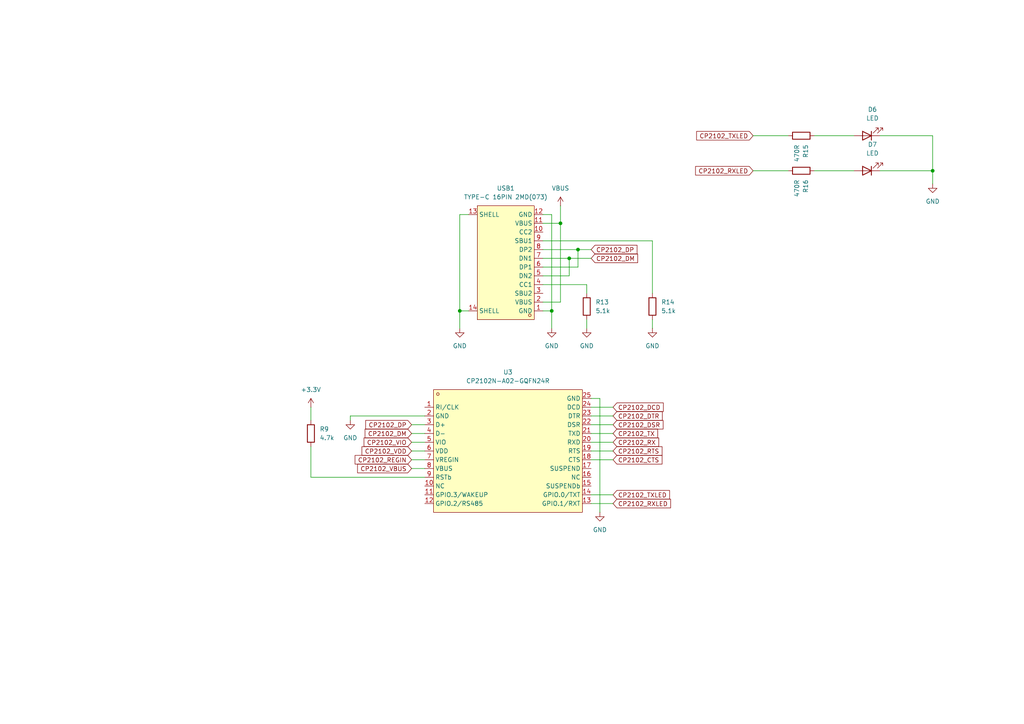
<source format=kicad_sch>
(kicad_sch (version 20231120) (generator "eeschema") (generator_version "8.0")
  (paper "A4")
  (lib_symbols
    (symbol "Device:LED" (pin_numbers hide) (pin_names (offset 1.016) hide)
      (property "Reference" "D" (at 0 2.54 0))
      (property "Value" "LED" (at 0 -2.54 0))
      (symbol "LED_0_1"
        (polyline (pts (xy -1.27 -1.27) (xy -1.27 1.27)) (stroke (width 0.254)))
        (polyline (pts (xy -1.27 0) (xy 1.27 0)))
        (polyline (pts (xy 1.27 -1.27) (xy 1.27 1.27) (xy -1.27 0) (xy 1.27 -1.27)) (stroke (width 0.254)))
        (polyline (pts (xy -3.048 -0.762) (xy -4.572 -2.286) (xy -3.81 -2.286) (xy -4.572 -2.286) (xy -4.572 -1.524)))
        (polyline (pts (xy -1.778 -0.762) (xy -3.302 -2.286) (xy -2.54 -2.286) (xy -3.302 -2.286) (xy -3.302 -1.524)))
      )
      (symbol "LED_1_1"
        (pin passive line (at -3.81 0 0) (length 2.54) (name "K") (number "1"))
        (pin passive line (at 3.81 0 180) (length 2.54) (name "A") (number "2"))
      )
    )
    (symbol "Device:R" (pin_numbers hide) (pin_names (offset 0))
      (property "Reference" "R" (at 2.032 0 90))
      (property "Value" "R" (at 0 0 90))
      (symbol "R_0_1"
        (rectangle (start -1.016 -2.54) (end 1.016 2.54) (stroke (width 0.254)))
      )
      (symbol "R_1_1"
        (pin passive line (at 0 3.81 270) (length 1.27) (name "~") (number "1"))
        (pin passive line (at 0 -3.81 90) (length 1.27) (name "~") (number "2"))
      )
    )
    (symbol "easyeda2kicad:CP2102N-A02-GQFN24R"
      (property "Reference" "U" (at 0 20.32 0))
      (property "Value" "CP2102N-A02-GQFN24R" (at 0 -20.32 0))
      (symbol "CP2102N-A02-GQFN24R_0_1"
        (rectangle (start -21.59 17.78) (end 21.59 -17.78) (fill (type background)))
        (circle (center -20.32 16.51) (radius 0.38))
        (pin unspecified line (at -24.13 12.7 0) (length 2.54) (name "RI/CLK") (number "1"))
        (pin unspecified line (at -24.13 -10.16 0) (length 2.54) (name "NC") (number "10"))
        (pin unspecified line (at -24.13 -12.7 0) (length 2.54) (name "GPIO.3/WAKEUP") (number "11"))
        (pin unspecified line (at -24.13 -15.24 0) (length 2.54) (name "GPIO.2/RS485") (number "12"))
        (pin unspecified line (at 24.13 -15.24 180) (length 2.54) (name "GPIO.1/RXT") (number "13"))
        (pin unspecified line (at 24.13 -12.7 180) (length 2.54) (name "GPIO.0/TXT") (number "14"))
        (pin unspecified line (at 24.13 -10.16 180) (length 2.54) (name "SUSPENDb") (number "15"))
        (pin unspecified line (at 24.13 -7.62 180) (length 2.54) (name "NC") (number "16"))
        (pin unspecified line (at 24.13 -5.08 180) (length 2.54) (name "SUSPEND") (number "17"))
        (pin unspecified line (at 24.13 -2.54 180) (length 2.54) (name "CTS") (number "18"))
        (pin unspecified line (at 24.13 0 180) (length 2.54) (name "RTS") (number "19"))
        (pin unspecified line (at -24.13 10.16 0) (length 2.54) (name "GND") (number "2"))
        (pin unspecified line (at 24.13 2.54 180) (length 2.54) (name "RXD") (number "20"))
        (pin unspecified line (at 24.13 5.08 180) (length 2.54) (name "TXD") (number "21"))
        (pin unspecified line (at 24.13 7.62 180) (length 2.54) (name "DSR") (number "22"))
        (pin unspecified line (at 24.13 10.16 180) (length 2.54) (name "DTR") (number "23"))
        (pin unspecified line (at 24.13 12.7 180) (length 2.54) (name "DCD") (number "24"))
        (pin unspecified line (at 24.13 15.24 180) (length 2.54) (name "GND") (number "25"))
        (pin unspecified line (at -24.13 7.62 0) (length 2.54) (name "D+") (number "3"))
        (pin unspecified line (at -24.13 5.08 0) (length 2.54) (name "D-") (number "4"))
        (pin unspecified line (at -24.13 2.54 0) (length 2.54) (name "VIO") (number "5"))
        (pin unspecified line (at -24.13 0 0) (length 2.54) (name "VDD") (number "6"))
        (pin unspecified line (at -24.13 -2.54 0) (length 2.54) (name "VREGIN") (number "7"))
        (pin unspecified line (at -24.13 -5.08 0) (length 2.54) (name "VBUS") (number "8"))
        (pin unspecified line (at -24.13 -7.62 0) (length 2.54) (name "RSTb") (number "9"))
      )
    )
    (symbol "easyeda2kicad:TYPE-C16PIN2MD(073)"
      (property "Reference" "USB" (at 0 19.05 0))
      (property "Value" "TYPE-C 16PIN 2MD(073)" (at 0 -19.05 0))
      (symbol "TYPE-C16PIN2MD(073)_0_1"
        (rectangle (start -8.89 16.51) (end 7.62 -16.51) (fill (type background)))
        (circle (center -7.62 15.24) (radius 0.38))
        (pin unspecified line (at -11.43 13.97 0) (length 2.54) (name "GND") (number "1"))
        (pin unspecified line (at -11.43 -8.89 0) (length 2.54) (name "CC2") (number "10"))
        (pin unspecified line (at -11.43 -11.43 0) (length 2.54) (name "VBUS") (number "11"))
        (pin unspecified line (at -11.43 -13.97 0) (length 2.54) (name "GND") (number "12"))
        (pin unspecified line (at 10.16 -13.97 180) (length 2.54) (name "SHELL") (number "13"))
        (pin unspecified line (at 10.16 13.97 180) (length 2.54) (name "SHELL") (number "14"))
        (pin unspecified line (at -11.43 11.43 0) (length 2.54) (name "VBUS") (number "2"))
        (pin unspecified line (at -11.43 8.89 0) (length 2.54) (name "SBU2") (number "3"))
        (pin unspecified line (at -11.43 6.35 0) (length 2.54) (name "CC1") (number "4"))
        (pin unspecified line (at -11.43 3.81 0) (length 2.54) (name "DN2") (number "5"))
        (pin unspecified line (at -11.43 1.27 0) (length 2.54) (name "DP1") (number "6"))
        (pin unspecified line (at -11.43 -1.27 0) (length 2.54) (name "DN1") (number "7"))
        (pin unspecified line (at -11.43 -3.81 0) (length 2.54) (name "DP2") (number "8"))
        (pin unspecified line (at -11.43 -6.35 0) (length 2.54) (name "SBU1") (number "9"))
      )
    )
    (symbol "power:+3.3V" (power) (pin_numbers hide) (pin_names (offset 0) hide)
      (property "Value" "+3.3V" (at 0 3.556 0))
      (symbol "+3.3V_0_1"
        (polyline (pts (xy -0.762 1.27) (xy 0 2.54)))
        (polyline (pts (xy 0 0) (xy 0 2.54)))
        (polyline (pts (xy 0 2.54) (xy 0.762 1.27)))
      )
      (symbol "+3.3V_1_1"
        (pin power_in line (at 0 0 90) (length 0) (name "~") (number "1"))
      )
    )
    (symbol "power:GND" (power) (pin_numbers hide) (pin_names (offset 0) hide)
      (property "Value" "GND" (at 0 -3.81 0))
      (symbol "GND_0_1"
        (polyline (pts (xy 0 0) (xy 0 -1.27) (xy 1.27 -1.27) (xy 0 -2.54) (xy -1.27 -1.27) (xy 0 -1.27)))
      )
      (symbol "GND_1_1"
        (pin power_in line (at 0 0 270) (length 0) (name "~") (number "1"))
      )
    )
    (symbol "power:VBUS" (power) (pin_numbers hide) (pin_names (offset 0) hide)
      (property "Value" "VBUS" (at 0 3.556 0))
      (symbol "VBUS_0_1"
        (polyline (pts (xy -0.762 1.27) (xy 0 2.54)))
        (polyline (pts (xy 0 0) (xy 0 2.54)))
        (polyline (pts (xy 0 2.54) (xy 0.762 1.27)))
      )
      (symbol "VBUS_1_1"
        (pin power_in line (at 0 0 90) (length 0) (name "~") (number "1"))
      )
    )
  )
  (junction (at 160.02 90.17))
  (junction (at 162.56 64.77))
  (junction (at 165.1 74.93))
  (junction (at 133.35 90.17))
  (junction (at 167.64 72.39))
  (junction (at 270.51 49.53))
  (wire (pts (xy 157.48 62.23) (xy 160.02 62.23)))
  (wire (pts (xy 133.35 95.25) (xy 133.35 90.17)))
  (wire (pts (xy 236.22 49.53) (xy 247.65 49.53)))
  (wire (pts (xy 167.64 72.39) (xy 171.45 72.39)))
  (wire (pts (xy 170.18 92.71) (xy 170.18 95.25)))
  (wire (pts (xy 171.45 125.73) (xy 177.8 125.73)))
  (wire (pts (xy 123.19 138.43) (xy 90.17 138.43)))
  (wire (pts (xy 119.38 135.89) (xy 123.19 135.89)))
  (wire (pts (xy 160.02 90.17) (xy 160.02 95.25)))
  (wire (pts (xy 101.6 120.65) (xy 101.6 121.92)))
  (wire (pts (xy 218.44 39.37) (xy 228.6 39.37)))
  (wire (pts (xy 135.89 62.23) (xy 133.35 62.23)))
  (wire (pts (xy 173.99 115.57) (xy 173.99 148.59)))
  (wire (pts (xy 119.38 130.81) (xy 123.19 130.81)))
  (wire (pts (xy 123.19 120.65) (xy 101.6 120.65)))
  (wire (pts (xy 160.02 62.23) (xy 160.02 90.17)))
  (wire (pts (xy 171.45 143.51) (xy 177.8 143.51)))
  (wire (pts (xy 165.1 74.93) (xy 165.1 80.01)))
  (wire (pts (xy 157.48 69.85) (xy 189.23 69.85)))
  (wire (pts (xy 270.51 39.37) (xy 270.51 49.53)))
  (wire (pts (xy 119.38 128.27) (xy 123.19 128.27)))
  (wire (pts (xy 157.48 72.39) (xy 167.64 72.39)))
  (wire (pts (xy 157.48 77.47) (xy 167.64 77.47)))
  (wire (pts (xy 157.48 90.17) (xy 160.02 90.17)))
  (wire (pts (xy 255.27 39.37) (xy 270.51 39.37)))
  (wire (pts (xy 218.44 49.53) (xy 228.6 49.53)))
  (wire (pts (xy 157.48 80.01) (xy 165.1 80.01)))
  (wire (pts (xy 236.22 39.37) (xy 247.65 39.37)))
  (wire (pts (xy 119.38 133.35) (xy 123.19 133.35)))
  (wire (pts (xy 162.56 87.63) (xy 162.56 64.77)))
  (wire (pts (xy 90.17 118.11) (xy 90.17 121.92)))
  (wire (pts (xy 157.48 64.77) (xy 162.56 64.77)))
  (wire (pts (xy 189.23 69.85) (xy 189.23 85.09)))
  (wire (pts (xy 133.35 90.17) (xy 135.89 90.17)))
  (wire (pts (xy 157.48 87.63) (xy 162.56 87.63)))
  (wire (pts (xy 90.17 138.43) (xy 90.17 129.54)))
  (wire (pts (xy 171.45 115.57) (xy 173.99 115.57)))
  (wire (pts (xy 119.38 125.73) (xy 123.19 125.73)))
  (wire (pts (xy 270.51 49.53) (xy 270.51 53.34)))
  (wire (pts (xy 170.18 82.55) (xy 170.18 85.09)))
  (wire (pts (xy 171.45 128.27) (xy 177.8 128.27)))
  (wire (pts (xy 171.45 123.19) (xy 177.8 123.19)))
  (wire (pts (xy 171.45 130.81) (xy 177.8 130.81)))
  (wire (pts (xy 171.45 120.65) (xy 177.8 120.65)))
  (wire (pts (xy 189.23 92.71) (xy 189.23 95.25)))
  (wire (pts (xy 119.38 123.19) (xy 123.19 123.19)))
  (wire (pts (xy 255.27 49.53) (xy 270.51 49.53)))
  (wire (pts (xy 167.64 77.47) (xy 167.64 72.39)))
  (wire (pts (xy 133.35 62.23) (xy 133.35 90.17)))
  (wire (pts (xy 171.45 133.35) (xy 177.8 133.35)))
  (wire (pts (xy 165.1 74.93) (xy 171.45 74.93)))
  (wire (pts (xy 157.48 82.55) (xy 170.18 82.55)))
  (wire (pts (xy 162.56 64.77) (xy 162.56 59.69)))
  (wire (pts (xy 157.48 74.93) (xy 165.1 74.93)))
  (wire (pts (xy 171.45 146.05) (xy 177.8 146.05)))
  (wire (pts (xy 171.45 118.11) (xy 177.8 118.11)))
  (global_label "CP2102_VDD" (shape input) (at 119.38 130.81 180) (property "Intersheetrefs" "${INTERSHEET_REFS}" (effects (hide yes))))
  (global_label "CP2102_RX" (shape input) (at 177.8 128.27 0) (property "Intersheetrefs" "${INTERSHEET_REFS}" (effects (hide yes))))
  (global_label "CP2102_DM" (shape input) (at 171.45 74.93 0) (property "Intersheetrefs" "${INTERSHEET_REFS}" (effects (hide yes))))
  (global_label "CP2102_RTS" (shape input) (at 177.8 130.81 0) (property "Intersheetrefs" "${INTERSHEET_REFS}" (effects (hide yes))))
  (global_label "CP2102_TX" (shape input) (at 177.8 125.73 0) (property "Intersheetrefs" "${INTERSHEET_REFS}" (effects (hide yes))))
  (global_label "CP2102_DSR" (shape input) (at 177.8 123.19 0) (property "Intersheetrefs" "${INTERSHEET_REFS}" (effects (hide yes))))
  (global_label "CP2102_DM" (shape input) (at 119.38 125.73 180) (property "Intersheetrefs" "${INTERSHEET_REFS}" (effects (hide yes))))
  (global_label "CP2102_RXLED" (shape input) (at 177.8 146.05 0) (property "Intersheetrefs" "${INTERSHEET_REFS}" (effects (hide yes))))
  (global_label "CP2102_RXLED" (shape input) (at 218.44 49.53 180) (property "Intersheetrefs" "${INTERSHEET_REFS}" (effects (hide yes))))
  (global_label "CP2102_DP" (shape input) (at 171.45 72.39 0) (property "Intersheetrefs" "${INTERSHEET_REFS}" (effects (hide yes))))
  (global_label "CP2102_DP" (shape input) (at 119.38 123.19 180) (property "Intersheetrefs" "${INTERSHEET_REFS}" (effects (hide yes))))
  (global_label "CP2102_DTR" (shape input) (at 177.8 120.65 0) (property "Intersheetrefs" "${INTERSHEET_REFS}" (effects (hide yes))))
  (global_label "CP2102_CTS" (shape input) (at 177.8 133.35 0) (property "Intersheetrefs" "${INTERSHEET_REFS}" (effects (hide yes))))
  (global_label "CP2102_DCD" (shape input) (at 177.8 118.11 0) (property "Intersheetrefs" "${INTERSHEET_REFS}" (effects (hide yes))))
  (global_label "CP2102_REGIN" (shape input) (at 119.38 133.35 180) (property "Intersheetrefs" "${INTERSHEET_REFS}" (effects (hide yes))))
  (global_label "CP2102_TXLED" (shape input) (at 177.8 143.51 0) (property "Intersheetrefs" "${INTERSHEET_REFS}" (effects (hide yes))))
  (global_label "CP2102_VIO" (shape input) (at 119.38 128.27 180) (property "Intersheetrefs" "${INTERSHEET_REFS}" (effects (hide yes))))
  (global_label "CP2102_VBUS" (shape input) (at 119.38 135.89 180) (property "Intersheetrefs" "${INTERSHEET_REFS}" (effects (hide yes))))
  (global_label "CP2102_TXLED" (shape input) (at 218.44 39.37 180) (property "Intersheetrefs" "${INTERSHEET_REFS}" (effects (hide yes))))
  (symbol (lib_id "easyeda2kicad:TYPE-C16PIN2MD(073)") (at 146.05 76.2 180) (unit 1)
    (property "Reference" "USB1" (at 146.685 54.61 0))
    (property "Value" "TYPE-C 16PIN 2MD(073)" (at 146.685 57.15 0))
    (property "Footprint" "easyeda2kicad:USB-C-SMD_TYPE-C-6PIN-2MD-073" (effects (hide yes)))
    (property "LCSC Part" "C2765186" (effects (hide yes)))
  )
  (symbol (lib_id "power:GND") (at 189.23 95.25 0) (unit 1)
    (property "Reference" "#PWR028" (effects (hide yes)))
    (property "Value" "GND" (at 189.23 100.33 0))
    (property "Description" "Power symbol creates a global label with name \"GND\" , ground" (effects (hide yes)))
  )
  (symbol (lib_id "Device:R") (at 232.41 39.37 270) (unit 1)
    (property "Reference" "R15" (at 233.6801 41.91 0) (effects (justify left)))
    (property "Value" "470R" (at 231.1401 41.91 0) (effects (justify left)))
    (property "Footprint" "Resistor_SMD:R_0603_1608Metric" (effects (hide yes)))
    (property "Description" "Resistor" (effects (hide yes)))
  )
  (symbol (lib_id "power:GND") (at 173.99 148.59 0) (unit 1)
    (property "Reference" "#PWR016" (effects (hide yes)))
    (property "Value" "GND" (at 173.99 153.67 0))
    (property "Description" "Power symbol creates a global label with name \"GND\" , ground" (effects (hide yes)))
  )
  (symbol (lib_id "power:+3.3V") (at 90.17 118.11 0) (unit 1)
    (property "Reference" "#PWR014" (effects (hide yes)))
    (property "Value" "+3.3V" (at 90.17 113.03 0))
    (property "Description" "Power symbol creates a global label with name \"+3.3V\"" (effects (hide yes)))
  )
  (symbol (lib_id "power:VBUS") (at 162.56 59.69 0) (unit 1)
    (property "Reference" "#PWR026" (effects (hide yes)))
    (property "Value" "VBUS" (at 162.56 54.61 0))
    (property "Description" "Power symbol creates a global label with name \"VBUS\"" (effects (hide yes)))
  )
  (symbol (lib_id "power:GND") (at 133.35 95.25 0) (unit 1)
    (property "Reference" "#PWR024" (effects (hide yes)))
    (property "Value" "GND" (at 133.35 100.33 0))
    (property "Description" "Power symbol creates a global label with name \"GND\" , ground" (effects (hide yes)))
  )
  (symbol (lib_id "Device:R") (at 232.41 49.53 270) (unit 1)
    (property "Reference" "R16" (at 233.6801 52.07 0) (effects (justify left)))
    (property "Value" "470R" (at 231.1401 52.07 0) (effects (justify left)))
    (property "Footprint" "Resistor_SMD:R_0603_1608Metric" (effects (hide yes)))
    (property "Description" "Resistor" (effects (hide yes)))
  )
  (symbol (lib_id "power:GND") (at 160.02 95.25 0) (unit 1)
    (property "Reference" "#PWR025" (effects (hide yes)))
    (property "Value" "GND" (at 160.02 100.33 0))
    (property "Description" "Power symbol creates a global label with name \"GND\" , ground" (effects (hide yes)))
  )
  (symbol (lib_id "Device:R") (at 189.23 88.9 0) (unit 1)
    (property "Reference" "R14" (at 191.77 87.6299 0) (effects (justify left)))
    (property "Value" "5.1k" (at 191.77 90.1699 0) (effects (justify left)))
    (property "Footprint" "Resistor_SMD:R_0603_1608Metric" (effects (hide yes)))
    (property "Description" "Resistor" (effects (hide yes)))
  )
  (symbol (lib_id "easyeda2kicad:CP2102N-A02-GQFN24R") (at 147.32 130.81 0) (unit 1)
    (property "Reference" "U3" (at 147.32 107.95 0))
    (property "Value" "CP2102N-A02-GQFN24R" (at 147.32 110.49 0))
    (property "Footprint" "easyeda2kicad:QFN-24_L4.0-W4.0-P0.50-TL-EP2.6" (effects (hide yes)))
    (property "LCSC Part" "C969151" (effects (hide yes)))
  )
  (symbol (lib_id "power:GND") (at 270.51 53.34 0) (unit 1)
    (property "Reference" "#PWR033" (effects (hide yes)))
    (property "Value" "GND" (at 270.51 58.42 0))
    (property "Description" "Power symbol creates a global label with name \"GND\" , ground" (effects (hide yes)))
  )
  (symbol (lib_id "Device:LED") (at 251.46 39.37 180) (unit 1)
    (property "Reference" "D6" (at 253.0475 31.75 0))
    (property "Value" "LED" (at 253.0475 34.29 0))
    (property "Footprint" "LED_SMD:LED_0805_2012Metric" (effects (hide yes)))
    (property "Description" "Light emitting diode" (effects (hide yes)))
  )
  (symbol (lib_id "Device:R") (at 90.17 125.73 0) (unit 1)
    (property "Reference" "R9" (at 92.71 124.4599 0) (effects (justify left)))
    (property "Value" "4.7k" (at 92.71 126.9999 0) (effects (justify left)))
    (property "Footprint" "Resistor_SMD:R_0603_1608Metric" (effects (hide yes)))
    (property "Description" "Resistor" (effects (hide yes)))
  )
  (symbol (lib_id "Device:LED") (at 251.46 49.53 180) (unit 1)
    (property "Reference" "D7" (at 253.0475 41.91 0))
    (property "Value" "LED" (at 253.0475 44.45 0))
    (property "Footprint" "LED_SMD:LED_0805_2012Metric" (effects (hide yes)))
    (property "Description" "Light emitting diode" (effects (hide yes)))
  )
  (symbol (lib_id "power:GND") (at 170.18 95.25 0) (unit 1)
    (property "Reference" "#PWR027" (effects (hide yes)))
    (property "Value" "GND" (at 170.18 100.33 0))
    (property "Description" "Power symbol creates a global label with name \"GND\" , ground" (effects (hide yes)))
  )
  (symbol (lib_id "Device:R") (at 170.18 88.9 0) (unit 1)
    (property "Reference" "R13" (at 172.72 87.6299 0) (effects (justify left)))
    (property "Value" "5.1k" (at 172.72 90.1699 0) (effects (justify left)))
    (property "Footprint" "Resistor_SMD:R_0603_1608Metric" (effects (hide yes)))
    (property "Description" "Resistor" (effects (hide yes)))
  )
  (symbol (lib_id "power:GND") (at 101.6 121.92 0) (unit 1)
    (property "Reference" "#PWR015" (effects (hide yes)))
    (property "Value" "GND" (at 101.6 127 0))
    (property "Description" "Power symbol creates a global label with name \"GND\" , ground" (effects (hide yes)))
  )
)
</source>
